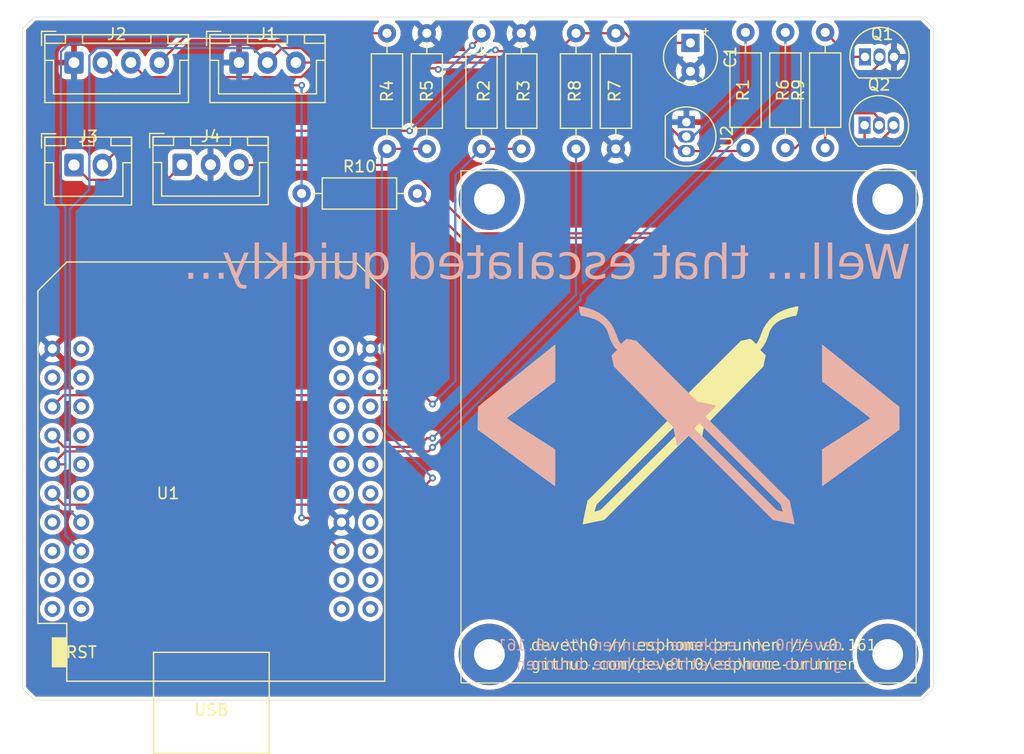
<source format=kicad_pcb>
(kicad_pcb (version 20240108) (generator "pcbnew") (generator_version "8.0")
  (layers (0 "F.Cu" signal) (31 "B.Cu" signal) (34 "B.Paste" user) (35 "F.Paste" user) (36 "B.SilkS" user "B.Silkscreen") (37 "F.SilkS" user "F.Silkscreen") (38 "B.Mask" user) (39 "F.Mask" user) (44 "Edge.Cuts" user))
  (net 0 "")
  (net 31 "GND")
  (net 32 "/SEN_TMP")
  (net 33 "+3.3V")
  (net 34 "+5V")
  (net 35 "/BAT+")
  (net 36 "/SEN_BAT")
  (net 37 "/SOL+")
  (net 38 "/SEN_SOL")
  (net 39 "Net-(Q1-B)")
  (net 40 "/5V_MT3608")
  (net 41 "Net-(J3-Pin_2)")
  (net 42 "+24V")
  (net 43 "/SEN_PRES")
  (net 44 "Net-(Q1-C)")
  (net 45 "Net-(Q2-B)")
  (net 46 "Net-(Q2-E)")
  (net 47 "/SW_PRES")
  (footprint "Connector_JST:JST_XH_B2B-XH-A_1x02_P2.50mm_Vertical" (layer "F.Cu") (at 19.5 28)
    (property "Reference" "J3" (at 1.25 -2.5 0) (layer "F.SilkS"))
    (property "Value" "Pressure Conn")
    (pad "1" thru_hole roundrect (at 0 0) (size 1.7 2) (drill 1) (layers "*.Cu" "*.Mask") (roundrect_rratio 0.147059) (net 42 "+24V"))
    (pad "2" thru_hole oval (at 2.5 0) (size 1.7 2) (drill 1) (layers "*.Cu" "*.Mask") (net 41 "Net-(J3-Pin_2)"))
  )
  (footprint "Package_TO_SOT_THT:TO-92_Inline" (layer "F.Cu") (at 88.96 24.5)
    (property "Reference" "Q2" (at 1.27 -3.56 0) (layer "F.SilkS"))
    (property "Value" "BC557")
    (pad "1" thru_hole rect (at 0 0) (size 1.05 1.5) (drill 0.75) (layers "*.Cu" "*.Mask") (net 40 "/5V_MT3608"))
    (pad "2" thru_hole oval (at 1.27 0) (size 1.05 1.5) (drill 0.75) (layers "*.Cu" "*.Mask") (net 45 "Net-(Q2-B)"))
    (pad "3" thru_hole oval (at 2.54 0) (size 1.05 1.5) (drill 0.75) (layers "*.Cu" "*.Mask") (net 46 "Net-(Q2-E)"))
  )
  (footprint "Resistor_THT:R_Axial_DIN0207_L6.3mm_D2.5mm_P10.16mm_Horizontal" (layer "F.Cu") (at 47 26.58 90)
    (property "Reference" "R4" (at 5.08 0 90) (layer "F.SilkS"))
    (property "Value" "150k")
    (pad "1" thru_hole circle (at 0 0 90) (size 1.6 1.6) (drill 0.8) (layers "*.Cu" "*.Mask") (net 38 "/SEN_SOL"))
    (pad "2" thru_hole oval (at 10.16 0 90) (size 1.6 1.6) (drill 0.8) (layers "*.Cu" "*.Mask") (net 37 "/SOL+"))
  )
  (footprint "MountingHole:MountingHole_2.7mm_M2.5_Pad" (layer "F.Cu") (at 56 31)
    (property "Reference" "REF**" (hide yes))
    (property "Value" "MountingHole_2.7mm_M2.5_Pad")
    (pad "1" thru_hole circle (at 0 0) (size 5.4 5.4) (drill 2.7) (layers "*.Cu" "*.Mask"))
  )
  (footprint "Resistor_THT:R_Axial_DIN0207_L6.3mm_D2.5mm_P10.16mm_Horizontal" (layer "F.Cu") (at 50.5 16.42 -90)
    (property "Reference" "R5" (at 5.08 0 90) (layer "F.SilkS"))
    (property "Value" "150k")
    (pad "1" thru_hole circle (at 0 0 270) (size 1.6 1.6) (drill 0.8) (layers "*.Cu" "*.Mask") (net 31 "GND"))
    (pad "2" thru_hole oval (at 10.16 0 270) (size 1.6 1.6) (drill 0.8) (layers "*.Cu" "*.Mask") (net 38 "/SEN_SOL"))
  )
  (footprint "Resistor_THT:R_Axial_DIN0207_L6.3mm_D2.5mm_P10.16mm_Horizontal" (layer "F.Cu") (at 63.608 26.58 90)
    (property "Reference" "R8" (at 5.08 -0.108 90) (layer "F.SilkS"))
    (property "Value" "27k")
    (pad "1" thru_hole circle (at 0 0 90) (size 1.6 1.6) (drill 0.8) (layers "*.Cu" "*.Mask") (net 43 "/SEN_PRES"))
    (pad "2" thru_hole oval (at 10.16 0 90) (size 1.6 1.6) (drill 0.8) (layers "*.Cu" "*.Mask") (net 41 "Net-(J3-Pin_2)"))
  )
  (footprint "Resistor_THT:R_Axial_DIN0207_L6.3mm_D2.5mm_P10.16mm_Horizontal" (layer "F.Cu") (at 82 26.5 90)
    (property "Reference" "R6" (at 5.08 -0.216 90) (layer "F.SilkS"))
    (property "Value" "1k")
    (pad "1" thru_hole circle (at 0 0 90) (size 1.6 1.6) (drill 0.8) (layers "*.Cu" "*.Mask") (net 39 "Net-(Q1-B)"))
    (pad "2" thru_hole oval (at 10.16 0 90) (size 1.6 1.6) (drill 0.8) (layers "*.Cu" "*.Mask") (net 47 "/SW_PRES"))
  )
  (footprint "Resistor_THT:R_Axial_DIN0207_L6.3mm_D2.5mm_P10.16mm_Horizontal" (layer "F.Cu") (at 58.804 16.42 -90)
    (property "Reference" "R3" (at 5.08 -0.196 90) (layer "F.SilkS"))
    (property "Value" "100k")
    (pad "1" thru_hole circle (at 0 0 270) (size 1.6 1.6) (drill 0.8) (layers "*.Cu" "*.Mask") (net 31 "GND"))
    (pad "2" thru_hole oval (at 10.16 0 270) (size 1.6 1.6) (drill 0.8) (layers "*.Cu" "*.Mask") (net 36 "/SEN_BAT"))
  )
  (footprint "Resistor_THT:R_Axial_DIN0207_L6.3mm_D2.5mm_P10.16mm_Horizontal" (layer "F.Cu") (at 78.5 26.5 90)
    (property "Reference" "R1" (at 5.08 -0.216 90) (layer "F.SilkS"))
    (property "Value" "4.7k")
    (pad "1" thru_hole circle (at 0 0 90) (size 1.6 1.6) (drill 0.8) (layers "*.Cu" "*.Mask") (net 33 "+3.3V"))
    (pad "2" thru_hole oval (at 10.16 0 90) (size 1.6 1.6) (drill 0.8) (layers "*.Cu" "*.Mask") (net 32 "/SEN_TMP"))
  )
  (footprint "LOGO" (layer "F.Cu") (at 73.5 50)
    (property "Reference" "G***" (hide yes))
    (property "Value" "LOGO" (hide yes))
  )
  (footprint "Package_TO_SOT_THT:TO-92_Inline" (layer "F.Cu") (at 73.302 24.23 -90)
    (property "Reference" "U2" (at 1.27 -3.56 90) (layer "F.SilkS"))
    (property "Value" "DS18B20")
    (pad "1" thru_hole rect (at 0 0 270) (size 1.05 1.5) (drill 0.75) (layers "*.Cu" "*.Mask") (net 31 "GND"))
    (pad "2" thru_hole oval (at 1.27 0 270) (size 1.05 1.5) (drill 0.75) (layers "*.Cu" "*.Mask") (net 32 "/SEN_TMP"))
    (pad "3" thru_hole oval (at 2.54 0 270) (size 1.05 1.5) (drill 0.75) (layers "*.Cu" "*.Mask") (net 33 "+3.3V"))
  )
  (footprint "Resistor_THT:R_Axial_DIN0207_L6.3mm_D2.5mm_P10.16mm_Horizontal" (layer "F.Cu") (at 55.304 26.58 90)
    (property "Reference" "R2" (at 5.08 0.196 90) (layer "F.SilkS"))
    (property "Value" "33k")
    (pad "1" thru_hole circle (at 0 0 90) (size 1.6 1.6) (drill 0.8) (layers "*.Cu" "*.Mask") (net 36 "/SEN_BAT"))
    (pad "2" thru_hole oval (at 10.16 0 90) (size 1.6 1.6) (drill 0.8) (layers "*.Cu" "*.Mask") (net 35 "/BAT+"))
  )
  (footprint "Connector_JST:JST_XH_B3B-XH-A_1x03_P2.50mm_Vertical" (layer "F.Cu") (at 29 27.975)
    (property "Reference" "J4" (at 2.5 -2.5 0) (layer "F.SilkS"))
    (property "Value" "MT3608 Conn")
    (pad "1" thru_hole roundrect (at 0 0) (size 1.7 1.95) (drill 0.95) (layers "*.Cu" "*.Mask") (roundrect_rratio 0.147059) (net 42 "+24V"))
    (pad "2" thru_hole oval (at 2.5 0) (size 1.7 1.95) (drill 0.95) (layers "*.Cu" "*.Mask") (net 31 "GND"))
    (pad "3" thru_hole oval (at 5 0) (size 1.7 1.95) (drill 0.95) (layers "*.Cu" "*.Mask") (net 40 "/5V_MT3608"))
  )
  (footprint "ESP32_mini:ESP32_mini" (layer "F.Cu") (at 31.57 55.57)
    (property "Reference" "U1" (at -3.81 1.27 0) (layer "F.SilkS"))
    (property "Value" "mini_esp32")
    (fp_text user "RST" (at -11.43 15.24 0) (layer "F.SilkS"))
    (fp_text user "USB" (at 0 20.32 0) (layer "F.SilkS"))
    (pad "1" thru_hole circle (at -13.97 -11.43 270) (size 1.4 1.4) (drill 0.8) (layers "*.Cu" "*.Mask") (net 31 "GND"))
    (pad "2" thru_hole circle (at -11.43 -11.43 270) (size 1.4 1.4) (drill 0.8) (layers "*.Cu" "*.Mask"))
    (pad "3" thru_hole circle (at -13.97 -8.89 270) (size 1.4 1.4) (drill 0.8) (layers "*.Cu" "*.Mask"))
    (pad "4" thru_hole circle (at -11.43 -8.89 270) (size 1.4 1.4) (drill 0.8) (layers "*.Cu" "*.Mask"))
    (pad "5" thru_hole circle (at -13.97 -6.35 270) (size 1.4 1.4) (drill 0.8) (layers "*.Cu" "*.Mask") (net 36 "/SEN_BAT"))
    (pad "6" thru_hole circle (at -11.43 -6.35 270) (size 1.4 1.4) (drill 0.8) (layers "*.Cu" "*.Mask"))
    (pad "7" thru_hole circle (at -13.97 -3.81 270) (size 1.4 1.4) (drill 0.8) (layers "*.Cu" "*.Mask") (net 43 "/SEN_PRES"))
    (pad "8" thru_hole circle (at -11.43 -3.81 270) (size 1.4 1.4) (drill 0.8) (layers "*.Cu" "*.Mask"))
    (pad "9" thru_hole circle (at -13.97 -1.27 270) (size 1.4 1.4) (drill 0.8) (layers "*.Cu" "*.Mask") (net 47 "/SW_PRES"))
    (pad "10" thru_hole circle (at -11.43 -1.27 270) (size 1.4 1.4) (drill 0.8) (layers "*.Cu" "*.Mask"))
    (pad "11" thru_hole circle (at -13.97 1.27 270) (size 1.4 1.4) (drill 0.8) (layers "*.Cu" "*.Mask") (net 38 "/SEN_SOL"))
    (pad "12" thru_hole circle (at -11.43 1.27 270) (size 1.4 1.4) (drill 0.8) (layers "*.Cu" "*.Mask"))
    (pad "13" thru_hole circle (at -13.97 3.81 270) (size 1.4 1.4) (drill 0.8) (layers "*.Cu" "*.Mask"))
    (pad "14" thru_hole circle (at -11.43 3.81 270) (size 1.4 1.4) (drill 0.8) (layers "*.Cu" "*.Mask") (net 32 "/SEN_TMP"))
    (pad "15" thru_hole circle (at -13.97 6.35 270) (size 1.4 1.4) (drill 0.8) (layers "*.Cu" "*.Mask"))
    (pad "16" thru_hole circle (at -11.43 6.35 270) (size 1.4 1.4) (drill 0.8) (layers "*.Cu" "*.Mask") (net 33 "+3.3V"))
    (pad "17" thru_hole circle (at -13.97 8.89 270) (size 1.4 1.4) (drill 0.8) (layers "*.Cu" "*.Mask"))
    (pad "18" thru_hole circle (at -11.43 8.89 270) (size 1.4 1.4) (drill 0.8) (layers "*.Cu" "*.Mask"))
    (pad "19" thru_hole circle (at -13.97 11.43 270) (size 1.4 1.4) (drill 0.8) (layers "*.Cu" "*.Mask"))
    (pad "20" thru_hole circle (at -11.43 11.43 270) (size 1.4 1.4) (drill 0.8) (layers "*.Cu" "*.Mask"))
    (pad "21" thru_hole circle (at 11.43 -11.43 270) (size 1.4 1.4) (drill 0.8) (layers "*.Cu" "*.Mask"))
    (pad "22" thru_hole circle (at 13.97 -11.43 270) (size 1.4 1.4) (drill 0.8) (layers "*.Cu" "*.Mask") (net 31 "GND"))
    (pad "23" thru_hole circle (at 11.43 -8.89 270) (size 1.4 1.4) (drill 0.8) (layers "*.Cu" "*.Mask"))
    (pad "24" thru_hole circle (at 13.97 -8.89 270) (size 1.4 1.4) (drill 0.8) (layers "*.Cu" "*.Mask"))
    (pad "25" thru_hole circle (at 11.43 -6.35 270) (size 1.4 1.4) (drill 0.8) (layers "*.Cu" "*.Mask"))
    (pad "26" thru_hole circle (at 13.97 -6.35 270) (size 1.4 1.4) (drill 0.8) (layers "*.Cu" "*.Mask"))
    (pad "27" thru_hole circle (at 11.43 -3.81 270) (size 1.4 1.4) (drill 0.8) (layers "*.Cu" "*.Mask"))
    (pad "28" thru_hole circle (at 13.97 -3.81 270) (size 1.4 1.4) (drill 0.8) (layers "*.Cu" "*.Mask"))
    (pad "29" thru_hole circle (at 11.43 -1.27 270) (size 1.4 1.4) (drill 0.8) (layers "*.Cu" "*.Mask"))
    (pad "30" thru_hole circle (at 13.97 -1.27 270) (size 1.4 1.4) (drill 0.8) (layers "*.Cu" "*.Mask"))
    (pad "31" thru_hole circle (at 11.43 1.27 270) (size 1.4 1.4) (drill 0.8) (layers "*.Cu" "*.Mask"))
    (pad "32" thru_hole circle (at 13.97 1.27 270) (size 1.4 1.4) (drill 0.8) (layers "*.Cu" "*.Mask"))
    (pad "33" thru_hole circle (at 11.43 3.81 270) (size 1.4 1.4) (drill 0.8) (layers "*.Cu" "*.Mask") (net 31 "GND"))
    (pad "34" thru_hole circle (at 13.97 3.81 270) (size 1.4 1.4) (drill 0.8) (layers "*.Cu" "*.Mask"))
    (pad "35" thru_hole circle (at 11.43 6.35 270) (size 1.4 1.4) (drill 0.8) (layers "*.Cu" "*.Mask") (net 34 "+5V"))
    (pad "36" thru_hole circle (at 13.97 6.35 270) (size 1.4 1.4) (drill 0.8) (layers "*.Cu" "*.Mask"))
    (pad "37" thru_hole circle (at 11.43 8.89 270) (size 1.4 1.4) (drill 0.8) (layers "*.Cu" "*.Mask"))
    (pad "38" thru_hole circle (at 13.97 8.89 270) (size 1.4 1.4) (drill 0.8) (layers "*.Cu" "*.Mask"))
    (pad "39" thru_hole circle (at 11.43 11.43 270) (size 1.4 1.4) (drill 0.8) (layers "*.Cu" "*.Mask"))
    (pad "40" thru_hole circle (at 13.97 11.43 270) (size 1.4 1.4) (drill 0.8) (layers "*.Cu" "*.Mask"))
  )
  (footprint "Package_TO_SOT_THT:TO-92_Inline" (layer "F.Cu") (at 89 18.5)
    (property "Reference" "Q1" (at 1.5 -2 0) (layer "F.SilkS"))
    (property "Value" "BC547")
    (pad "1" thru_hole rect (at 0 0) (size 1.05 1.5) (drill 0.75) (layers "*.Cu" "*.Mask") (net 44 "Net-(Q1-C)"))
    (pad "2" thru_hole oval (at 1.27 0) (size 1.05 1.5) (drill 0.75) (layers "*.Cu" "*.Mask") (net 39 "Net-(Q1-B)"))
    (pad "3" thru_hole oval (at 2.54 0) (size 1.05 1.5) (drill 0.75) (layers "*.Cu" "*.Mask") (net 31 "GND"))
  )
  (footprint "MountingHole:MountingHole_2.7mm_M2.5_Pad" (layer "F.Cu") (at 90.99 31)
    (property "Reference" "REF**" (hide yes))
    (property "Value" "MountingHole_2.7mm_M2.5_Pad")
    (pad "1" thru_hole circle (at 0 0) (size 5.4 5.4) (drill 2.7) (layers "*.Cu" "*.Mask"))
  )
  (footprint "MountingHole:MountingHole_2.7mm_M2.5_Pad" (layer "F.Cu") (at 56 71)
    (property "Reference" "REF**" (hide yes))
    (property "Value" "MountingHole_2.7mm_M2.5_Pad")
    (pad "1" thru_hole circle (at 0 0) (size 5.4 5.4) (drill 2.7) (layers "*.Cu" "*.Mask"))
  )
  (footprint "Connector_JST:JST_XH_B3B-XH-A_1x03_P2.50mm_Vertical" (layer "F.Cu") (at 34 19)
    (property "Reference" "J1" (at 2.5 -2.5 0) (layer "F.SilkS"))
    (property "Value" "DS18B20 Conn")
    (pad "1" thru_hole roundrect (at 0 0) (size 1.7 1.95) (drill 0.95) (layers "*.Cu" "*.Mask") (roundrect_rratio 0.147059) (net 31 "GND"))
    (pad "2" thru_hole oval (at 2.5 0) (size 1.7 1.95) (drill 0.95) (layers "*.Cu" "*.Mask") (net 32 "/SEN_TMP"))
    (pad "3" thru_hole oval (at 5 0) (size 1.7 1.95) (drill 0.95) (layers "*.Cu" "*.Mask") (net 33 "+3.3V"))
  )
  (footprint "Resistor_THT:R_Axial_DIN0207_L6.3mm_D2.5mm_P10.16mm_Horizontal" (layer "F.Cu") (at 85.5 26.5 90)
    (property "Reference" "R9" (at 5.08 -2.37 90) (layer "F.SilkS"))
    (property "Value" "1k")
    (pad "1" thru_hole circle (at 0 0 90) (size 1.6 1.6) (drill 0.8) (layers "*.Cu" "*.Mask") (net 45 "Net-(Q2-B)"))
    (pad "2" thru_hole oval (at 10.16 0 90) (size 1.6 1.6) (drill 0.8) (layers "*.Cu" "*.Mask") (net 44 "Net-(Q1-C)"))
  )
  (footprint "Connector_JST:JST_XH_B4B-XH-A_1x04_P2.50mm_Vertical" (layer "F.Cu") (at 19.5 19)
    (property "Reference" "J2" (at 3.75 -2.5 0) (layer "F.SilkS"))
    (property "Value" "Power Conn")
    (pad "1" thru_hole roundrect (at 0 0) (size 1.7 1.95) (drill 0.95) (layers "*.Cu" "*.Mask") (roundrect_rratio 0.147059) (net 31 "GND"))
    (pad "2" thru_hole oval (at 2.5 0) (size 1.7 1.95) (drill 0.95) (layers "*.Cu" "*.Mask") (net 34 "+5V"))
    (pad "3" thru_hole oval (at 5 0) (size 1.7 1.95) (drill 0.95) (layers "*.Cu" "*.Mask") (net 35 "/BAT+"))
    (pad "4" thru_hole oval (at 7.5 0) (size 1.7 1.95) (drill 0.95) (layers "*.Cu" "*.Mask") (net 37 "/SOL+"))
  )
  (footprint "Resistor_THT:R_Axial_DIN0207_L6.3mm_D2.5mm_P10.16mm_Horizontal" (layer "F.Cu") (at 39.5 30.5)
    (property "Reference" "R10" (at 5.08 -2.37 360) (layer "F.SilkS"))
    (property "Value" "10k")
    (pad "1" thru_hole circle (at 0 0) (size 1.6 1.6) (drill 0.8) (layers "*.Cu" "*.Mask") (net 34 "+5V"))
    (pad "2" thru_hole oval (at 10.16 0) (size 1.6 1.6) (drill 0.8) (layers "*.Cu" "*.Mask") (net 46 "Net-(Q2-E)"))
  )
  (footprint "MountingHole:MountingHole_2.7mm_M2.5_Pad" (layer "F.Cu") (at 90.99 71)
    (property "Reference" "REF**" (hide yes))
    (property "Value" "MountingHole_2.7mm_M2.5_Pad")
    (pad "1" thru_hole circle (at 0 0) (size 5.4 5.4) (drill 2.7) (layers "*.Cu" "*.Mask"))
  )
  (footprint "Resistor_THT:R_Axial_DIN0207_L6.3mm_D2.5mm_P10.16mm_Horizontal" (layer "F.Cu") (at 67.108 26.58 90)
    (property "Reference" "R7" (at 5.08 -0.108 90) (layer "F.SilkS"))
    (property "Value" "150")
    (pad "1" thru_hole circle (at 0 0 90) (size 1.6 1.6) (drill 0.8) (layers "*.Cu" "*.Mask") (net 31 "GND"))
    (pad "2" thru_hole oval (at 10.16 0 90) (size 1.6 1.6) (drill 0.8) (layers "*.Cu" "*.Mask") (net 41 "Net-(J3-Pin_2)"))
  )
  (footprint "Capacitor_THT:CP_Radial_Tantal_D4.5mm_P2.50mm" (layer "F.Cu") (at 73.662 17.271144 -90)
    (property "Reference" "C1" (at 1.25 -3.5 90) (layer "F.SilkS"))
    (property "Value" "C_Polarized")
    (pad "1" thru_hole rect (at 0 0 270) (size 1.6 1.6) (drill 0.8) (layers "*.Cu" "*.Mask") (net 41 "Net-(J3-Pin_2)"))
    (pad "2" thru_hole circle (at 2.5 0 270) (size 1.6 1.6) (drill 0.8) (layers "*.Cu" "*.Mask") (net 31 "GND"))
  )
  (footprint "LOGO" (layer "B.Cu") (at 73.5 50 180)
    (property "Reference" "G***" (hide yes))
    (property "Value" "LOGO" (hide yes))
  )
  (gr_rect (start 53.5 28.5) (end 93.49 73.5) (stroke (width 0.1)) (fill none) (layer "F.SilkS"))
  (gr_poly (pts (xy 94 15) (xy 95 16) (xy 95 74) (xy 94 75) (xy 16 75) (xy 15 74) (xy 15 16) (xy 16 15)) (stroke (width 0.05)) (fill none) (layer "Edge.Cuts"))
  (gr_text "Well... that escalated quickly..." (at 93 38.5 0) (layer "B.SilkS") (effects (font (size 3 3) (thickness 0.1)) (justify left bottom mirror)))
  (gr_text "deveth0 // esphome-brunnen // v0.161\ngithub.com/deveth0/esphome-brunnen" (at 87 72.5 0) (layer "B.SilkS") (effects (font (size 1 1) (thickness 0.1)) (justify left bottom mirror)))
  (gr_text "deveth0 // esphome-brunnen // v0.161\ngithub.com/deveth0/esphome-brunnen" (at 59.660222 72.5 0) (layer "F.SilkS") (effects (font (size 1 1) (thickness 0.1)) (justify left bottom)))
  (segment (start 65.697 18.5) (end 40.251346 18.5) (width 0.2) (layer "F.Cu") (net 32))
  (segment (start 39.476346 17.725) (end 37.775 17.725) (width 0.2) (layer "F.Cu") (net 32))
  (segment (start 73.302 25.5) (end 72.697 25.5) (width 0.2) (layer "F.Cu") (net 32))
  (segment (start 72.697 25.5) (end 65.697 18.5) (width 0.2) (layer "F.Cu") (net 32))
  (segment (start 37.775 17.725) (end 36.5 19) (width 0.2) (layer "F.Cu") (net 32))
  (segment (start 40.251346 18.5) (end 39.476346 17.725) (width 0.2) (layer "F.Cu") (net 32))
  (segment (start 19.14 31.86) (end 20.85 30.15) (width 0.2) (layer "B.Cu") (net 32))
  (segment (start 78.5 16.34) (end 78.5 20.907) (width 0.2) (layer "B.Cu") (net 32))
  (segment (start 20.85 18.398654) (end 21.523654 17.725) (width 0.2) (layer "B.Cu") (net 32))
  (segment (start 73.907 25.5) (end 73.302 25.5) (width 0.2) (layer "B.Cu") (net 32))
  (segment (start 20.85 30.15) (end 20.85 18.398654) (width 0.2) (layer "B.Cu") (net 32))
  (segment (start 20.14 59.38) (end 19.14 58.38) (width 0.2) (layer "B.Cu") (net 32))
  (segment (start 78.5 20.907) (end 73.907 25.5) (width 0.2) (layer "B.Cu") (net 32))
  (segment (start 21.523654 17.725) (end 35.225 17.725) (width 0.2) (layer "B.Cu") (net 32))
  (segment (start 35.225 17.725) (end 36.5 19) (width 0.2) (layer "B.Cu") (net 32))
  (segment (start 19.14 58.38) (end 19.14 31.86) (width 0.2) (layer "B.Cu") (net 32))
  (segment (start 78.23 26.77) (end 78.5 26.5) (width 0.2) (layer "F.Cu") (net 33))
  (segment (start 72.802 26.77) (end 65.032 19) (width 0.2) (layer "F.Cu") (net 33))
  (segment (start 73.302 26.77) (end 72.802 26.77) (width 0.2) (layer "F.Cu") (net 33))
  (segment (start 73.302 26.77) (end 78.23 26.77) (width 0.2) (layer "F.Cu") (net 33))
  (segment (start 65.032 19) (end 39 19) (width 0.2) (layer "F.Cu") (net 33))
  (segment (start 19.065256 17.325) (end 37.325 17.325) (width 0.2) (layer "B.Cu") (net 33))
  (segment (start 18.35 18.040256) (end 19.065256 17.325) (width 0.2) (layer "B.Cu") (net 33))
  (segment (start 37.325 17.325) (end 39 19) (width 0.2) (layer "B.Cu") (net 33))
  (segment (start 20.14 61.92) (end 18.74 60.52) (width 0.2) (layer "B.Cu") (net 33))
  (segment (start 18.35 31.304314) (end 18.35 18.040256) (width 0.2) (layer "B.Cu") (net 33))
  (segment (start 18.74 60.52) (end 18.74 31.694314) (width 0.2) (layer "B.Cu") (net 33))
  (segment (start 18.74 31.694314) (end 18.35 31.304314) (width 0.2) (layer "B.Cu") (net 33))
  (segment (start 39.5 21) (end 24 21) (width 0.2) (layer "F.Cu") (net 34))
  (segment (start 24 21) (end 22 19) (width 0.2) (layer "F.Cu") (net 34))
  (segment (start 43 61.92) (end 40.08 59) (width 0.2) (layer "F.Cu") (net 34))
  (segment (start 40.08 59) (end 39.5 59) (width 0.2) (layer "F.Cu") (net 34))
  (via (at 39.5 21) (size 0.6) (drill 0.3) (layers "F.Cu" "B.Cu") (net 34))
  (via (at 39.5 59) (size 0.6) (drill 0.3) (layers "F.Cu" "B.Cu") (net 34))
  (segment (start 39.5 30.5) (end 39.5 21) (width 0.2) (layer "B.Cu") (net 34))
  (segment (start 39.5 59) (end 39.5 30.5) (width 0.2) (layer "B.Cu") (net 34))
  (segment (start 51.5 19.6) (end 51.4 19.5) (width 0.2) (layer "F.Cu") (net 35))
  (segment (start 55.304 16.42) (end 55.304 16.696) (width 0.2) (layer "F.Cu") (net 35))
  (segment (start 55.304 16.696) (end 54.5 17.5) (width 0.2) (layer "F.Cu") (net 35))
  (segment (start 40.251346 19.5) (end 39.476346 20.275) (width 0.2) (layer "F.Cu") (net 35))
  (segment (start 51.4 19.5) (end 40.251346 19.5) (width 0.2) (layer "F.Cu") (net 35))
  (segment (start 39.476346 20.275) (end 25.775 20.275) (width 0.2) (layer "F.Cu") (net 35))
  (segment (start 25.775 20.275) (end 24.5 19) (width 0.2) (layer "F.Cu") (net 35))
  (via (at 54.5 17.5) (size 0.6) (drill 0.3) (layers "F.Cu" "B.Cu") (net 35))
  (via (at 51.5 19.6) (size 0.6) (drill 0.3) (layers "F.Cu" "B.Cu") (net 35))
  (segment (start 51.5 19.6) (end 52.4 19.6) (width 0.2) (layer "B.Cu") (net 35))
  (segment (start 52.4 19.6) (end 54.5 17.5) (width 0.2) (layer "B.Cu") (net 35))
  (segment (start 55.304 26.58) (end 58.804 26.58) (width 0.2) (layer "F.Cu") (net 36))
  (segment (start 18.6 48.22) (end 17.6 49.22) (width 0.2) (layer "F.Cu") (net 36))
  (segment (start 50.22 48.22) (end 18.6 48.22) (width 0.2) (layer "F.Cu") (net 36))
  (segment (start 51 49) (end 50.22 48.22) (width 0.2) (layer "F.Cu") (net 36))
  (via (at 51 49) (size 0.6) (drill 0.3) (layers "F.Cu" "B.Cu") (net 36))
  (segment (start 55.304 26.58) (end 53 28.884) (width 0.2) (layer "B.Cu") (net 36))
  (segment (start 53 28.884) (end 53 47) (width 0.2) (layer "B.Cu") (net 36))
  (segment (start 53 47) (end 51 49) (width 0.2) (layer "B.Cu") (net 36))
  (segment (start 27 19) (end 29.58 16.42) (width 0.2) (layer "F.Cu") (net 37))
  (segment (start 29.58 16.42) (end 47 16.42) (width 0.2) (layer "F.Cu") (net 37))
  (segment (start 48.66 57.84) (end 18.6 57.84) (width 0.2) (layer "F.Cu") (net 38))
  (segment (start 51 55.5) (end 48.66 57.84) (width 0.2) (layer "F.Cu") (net 38))
  (segment (start 47 26.58) (end 50.5 26.58) (width 0.2) (layer "F.Cu") (net 38))
  (segment (start 18.6 57.84) (end 17.6 56.84) (width 0.2) (layer "F.Cu") (net 38))
  (via (at 51 55.5) (size 0.6) (drill 0.3) (layers "F.Cu" "B.Cu") (net 38))
  (segment (start 46.54 27.04) (end 46.54 51.04) (width 0.2) (layer "B.Cu") (net 38))
  (segment (start 46.54 51.04) (end 51 55.5) (width 0.2) (layer "B.Cu") (net 38))
  (segment (start 47 26.58) (end 46.54 27.04) (width 0.2) (layer "B.Cu") (net 38))
  (segment (start 90.27 18.5) (end 90.27 19.105) (width 0.2) (layer "F.Cu") (net 39))
  (segment (start 82.875 26.5) (end 82 26.5) (width 0.2) (layer "F.Cu") (net 39))
  (segment (start 90.27 19.105) (end 82.875 26.5) (width 0.2) (layer "F.Cu") (net 39))
  (segment (start 34 27.975) (end 34 28) (width 0.2) (layer "F.Cu") (net 40))
  (segment (start 34 28) (end 48.757359 28) (width 0.2) (layer "F.Cu") (net 40))
  (segment (start 81.55 34) (end 88.96 26.59) (width 0.2) (layer "F.Cu") (net 40))
  (segment (start 54.757359 34) (end 81.55 34) (width 0.2) (layer "F.Cu") (net 40))
  (segment (start 88.96 26.59) (end 88.96 24.5) (width 0.2) (layer "F.Cu") (net 40))
  (segment (start 48.757359 28) (end 54.757359 34) (width 0.2) (layer "F.Cu") (net 40))
  (segment (start 62.028 18) (end 63.608 16.42) (width 0.2) (layer "F.Cu") (net 41))
  (segment (start 68.771144 17.271144) (end 73.662 17.271144) (width 0.2) (layer "F.Cu") (net 41))
  (segment (start 63.608 16.42) (end 67.108 16.42) (width 0.2) (layer "F.Cu") (net 41))
  (segment (start 67.108 16.42) (end 67.92 16.42) (width 0.2) (layer "F.Cu") (net 41))
  (segment (start 56.62 18) (end 62.028 18) (width 0.2) (layer "F.Cu") (net 41))
  (segment (start 25.01 24.99) (end 48.99 24.99) (width 0.2) (layer "F.Cu") (net 41))
  (segment (start 56.52 17.9) (end 56.62 18) (width 0.2) (layer "F.Cu") (net 41))
  (segment (start 67.92 16.42) (end 68.771144 17.271144) (width 0.2) (layer "F.Cu") (net 41))
  (segment (start 22 28) (end 25.01 24.99) (width 0.2) (layer "F.Cu") (net 41))
  (via (at 56.52 17.9) (size 0.6) (drill 0.3) (layers "F.Cu" "B.Cu") (net 41))
  (via (at 48.99 24.99) (size 0.6) (drill 0.3) (layers "F.Cu" "B.Cu") (net 41))
  (segment (start 48.99 24.99) (end 56.08 17.9) (width 0.2) (layer "B.Cu") (net 41))
  (segment (start 56.08 17.9) (end 56.52 17.9) (width 0.2) (layer "B.Cu") (net 41))
  (segment (start 20.8 29.3) (end 27.675 29.3) (width 0.2) (layer "F.Cu") (net 42))
  (segment (start 19.5 28) (end 20.8 29.3) (width 0.2) (layer "F.Cu") (net 42))
  (segment (start 27.675 29.3) (end 29 27.975) (width 0.2) (layer "F.Cu") (net 42))
  (segment (start 50.5 52) (end 51 52) (width 0.2) (layer "F.Cu") (net 43))
  (segment (start 17.6 51.76) (end 17.6 51.6) (width 0.2) (layer "F.Cu") (net 43))
  (segment (start 17.6 51.6) (end 17.5 51.5) (width 0.2) (layer "F.Cu") (net 43))
  (segment (start 17.6 51.76) (end 18.6 52.76) (width 0.2) (layer "F.Cu") (net 43))
  (segment (start 18.6 52.76) (end 49.74 52.76) (width 0.2) (layer "F.Cu") (net 43))
  (segment (start 49.74 52.76) (end 50.5 52) (width 0.2) (layer "F.Cu") (net 43))
  (via (at 51 52) (size 0.6) (drill 0.3) (layers "F.Cu" "B.Cu") (net 43))
  (segment (start 63.608 26.58) (end 63.608 39.392) (width 0.2) (layer "B.Cu") (net 43))
  (segment (start 63.608 39.392) (end 51 52) (width 0.2) (layer "B.Cu") (net 43))
  (segment (start 87.66 18.5) (end 85.5 16.34) (width 0.2) (layer "F.Cu") (net 44))
  (segment (start 89 18.5) (end 87.66 18.5) (width 0.2) (layer "F.Cu") (net 44))
  (segment (start 90.23 24.5) (end 90.23 23.895) (width 0.2) (layer "F.Cu") (net 45))
  (segment (start 87.41863 23.45) (end 85.5 25.36863) (width 0.2) (layer "F.Cu") (net 45))
  (segment (start 90.23 23.895) (end 89.785 23.45) (width 0.2) (layer "F.Cu") (net 45))
  (segment (start 85.5 25.36863) (end 85.5 26.5) (width 0.2) (layer "F.Cu") (net 45))
  (segment (start 89.785 23.45) (end 87.41863 23.45) (width 0.2) (layer "F.Cu") (net 45))
  (segment (start 49.66 30.5) (end 53.56 34.4) (width 0.2) (layer "F.Cu") (net 46))
  (segment (start 53.56 34.4) (end 81.825 34.4) (width 0.2) (layer "F.Cu") (net 46))
  (segment (start 81.825 34.4) (end 91.5 24.725) (width 0.2) (layer "F.Cu") (net 46))
  (segment (start 91.5 24.725) (end 91.5 24.5) (width 0.2) (layer "F.Cu") (net 46))
  (segment (start 50.640003 53.16) (end 18.74 53.16) (width 0.2) (layer "F.Cu") (net 47))
  (segment (start 18.74 53.16) (end 17.6 54.3) (width 0.2) (layer "F.Cu") (net 47))
  (segment (start 18.725786 54.3) (end 17.6 54.3) (width 0.2) (layer "F.Cu") (net 47))
  (segment (start 51 52.800003) (end 50.640003 53.16) (width 0.2) (layer "F.Cu") (net 47))
  (via (at 51 52.800003) (size 0.6) (drill 0.3) (layers "F.Cu" "B.Cu") (net 47))
  (segment (start 51.048526 52.800003) (end 51 52.800003) (width 0.2) (layer "B.Cu") (net 47))
  (segment (start 82 16.34) (end 82 21.444365) (width 0.2) (layer "B.Cu") (net 47))
  (segment (start 82 21.444365) (end 64.008 39.436365) (width 0.2) (layer "B.Cu") (net 47))
  (segment (start 64.008 39.840529) (end 51.048526 52.800003) (width 0.2) (layer "B.Cu") (net 47))
  (segment (start 64.008 39.436365) (end 64.008 39.840529) (width 0.2) (layer "B.Cu") (net 47))
  (zone (net 31) (net_name "GND") (layers "F&B.Cu") (connect_pads (clearance 0.4)) (min_thickness 0.2) (fill yes (thermal_gap 0.5) (thermal_bridge_width 0.5))
    (polygon (pts (xy 96.5 13.5) (xy 13.5 13.5) (xy 13 76.5) (xy 96 76.5)))
  )
)
</source>
